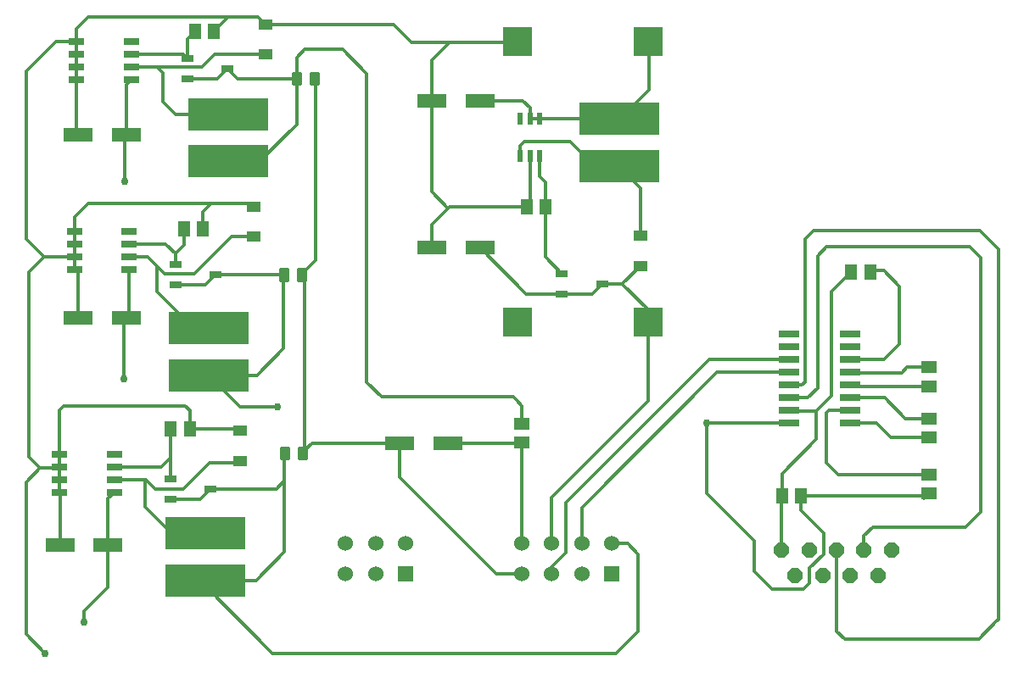
<source format=gbr>
G04 EAGLE Gerber RS-274X export*
G75*
%MOMM*%
%FSLAX34Y34*%
%LPD*%
%INTop Copper*%
%IPPOS*%
%AMOC8*
5,1,8,0,0,1.08239X$1,22.5*%
G01*
%ADD10R,2.032000X0.660400*%
%ADD11R,1.300000X1.500000*%
%ADD12R,1.500000X1.300000*%
%ADD13P,1.649562X8X202.500000*%
%ADD14C,1.530000*%
%ADD15R,1.530000X1.530000*%
%ADD16R,3.000000X3.000000*%
%ADD17R,3.000000X1.400000*%
%ADD18R,1.550000X0.700000*%
%ADD19R,8.000000X3.300000*%
%ADD20R,1.370000X1.120000*%
%ADD21R,1.270000X0.635000*%
%ADD22C,0.254000*%
%ADD23R,0.600000X1.200000*%
%ADD24C,0.304800*%
%ADD25C,0.756400*%
%ADD26C,0.304800*%


D10*
X843734Y249550D03*
X782266Y249550D03*
X843734Y262250D03*
X843734Y274950D03*
X782266Y262250D03*
X782266Y274950D03*
X843734Y287650D03*
X782266Y287650D03*
X843734Y300350D03*
X782266Y300350D03*
X843734Y313050D03*
X843734Y325750D03*
X782266Y313050D03*
X782266Y325750D03*
X843734Y338450D03*
X782266Y338450D03*
D11*
X863500Y401000D03*
X844500Y401000D03*
D12*
X922000Y254500D03*
X922000Y235500D03*
X922000Y305500D03*
X922000Y286500D03*
D11*
X775500Y177000D03*
X794500Y177000D03*
D12*
X922000Y198500D03*
X922000Y179500D03*
D13*
X884864Y122700D03*
X857432Y122700D03*
X830000Y122700D03*
X802568Y122700D03*
X775136Y122700D03*
X871148Y97300D03*
X843716Y97300D03*
X816284Y97300D03*
X788852Y97300D03*
D14*
X575622Y99652D03*
X575622Y129652D03*
X545622Y99652D03*
X545622Y129652D03*
D15*
X605622Y99652D03*
D14*
X515622Y99652D03*
X605622Y129652D03*
X515622Y129652D03*
D15*
X400000Y99420D03*
D14*
X400000Y129420D03*
X370000Y99420D03*
X340000Y99420D03*
X370000Y129420D03*
X340000Y129420D03*
D12*
X516000Y249500D03*
X516000Y230500D03*
D16*
X512000Y351000D03*
X642000Y351000D03*
X642000Y631000D03*
X512000Y631000D03*
D17*
X394000Y230000D03*
X442000Y230000D03*
D18*
X126250Y592950D03*
X126250Y605650D03*
X126250Y618350D03*
X126250Y631050D03*
X71750Y631050D03*
X71750Y618350D03*
X71750Y605650D03*
X71750Y592950D03*
D19*
X223000Y558500D03*
X223000Y511500D03*
D20*
X260000Y618000D03*
X260000Y648000D03*
D21*
X222000Y604000D03*
X182000Y614000D03*
X182000Y594000D03*
D22*
X305080Y599715D02*
X312700Y599715D01*
X312700Y588285D01*
X305080Y588285D01*
X305080Y599715D01*
X305080Y590698D02*
X312700Y590698D01*
X312700Y593111D02*
X305080Y593111D01*
X305080Y595524D02*
X312700Y595524D01*
X312700Y597937D02*
X305080Y597937D01*
X294920Y599715D02*
X287300Y599715D01*
X294920Y599715D02*
X294920Y588285D01*
X287300Y588285D01*
X287300Y599715D01*
X287300Y590698D02*
X294920Y590698D01*
X294920Y593111D02*
X287300Y593111D01*
X287300Y595524D02*
X294920Y595524D01*
X294920Y597937D02*
X287300Y597937D01*
D18*
X124250Y402950D03*
X124250Y415650D03*
X124250Y428350D03*
X124250Y441050D03*
X69750Y441050D03*
X69750Y428350D03*
X69750Y415650D03*
X69750Y402950D03*
D19*
X203000Y344500D03*
X203000Y297500D03*
D20*
X248000Y436000D03*
X248000Y466000D03*
D21*
X210000Y398000D03*
X170000Y408000D03*
X170000Y388000D03*
D22*
X292080Y403715D02*
X299700Y403715D01*
X299700Y392285D01*
X292080Y392285D01*
X292080Y403715D01*
X292080Y394698D02*
X299700Y394698D01*
X299700Y397111D02*
X292080Y397111D01*
X292080Y399524D02*
X299700Y399524D01*
X299700Y401937D02*
X292080Y401937D01*
X281920Y403715D02*
X274300Y403715D01*
X281920Y403715D02*
X281920Y392285D01*
X274300Y392285D01*
X274300Y403715D01*
X274300Y394698D02*
X281920Y394698D01*
X281920Y397111D02*
X274300Y397111D01*
X274300Y399524D02*
X281920Y399524D01*
X281920Y401937D02*
X274300Y401937D01*
D18*
X109250Y180950D03*
X109250Y193650D03*
X109250Y206350D03*
X109250Y219050D03*
X54750Y219050D03*
X54750Y206350D03*
X54750Y193650D03*
X54750Y180950D03*
D19*
X200000Y139500D03*
X200000Y92500D03*
D20*
X235000Y212000D03*
X235000Y242000D03*
D21*
X205000Y184000D03*
X165000Y194000D03*
X165000Y174000D03*
D22*
X293080Y225715D02*
X300700Y225715D01*
X300700Y214285D01*
X293080Y214285D01*
X293080Y225715D01*
X293080Y216698D02*
X300700Y216698D01*
X300700Y219111D02*
X293080Y219111D01*
X293080Y221524D02*
X300700Y221524D01*
X300700Y223937D02*
X293080Y223937D01*
X282920Y225715D02*
X275300Y225715D01*
X282920Y225715D02*
X282920Y214285D01*
X275300Y214285D01*
X275300Y225715D01*
X275300Y216698D02*
X282920Y216698D01*
X282920Y219111D02*
X275300Y219111D01*
X275300Y221524D02*
X282920Y221524D01*
X282920Y223937D02*
X275300Y223937D01*
D17*
X73000Y538000D03*
X121000Y538000D03*
X73000Y355000D03*
X121000Y355000D03*
X55000Y128000D03*
X103000Y128000D03*
D23*
X524000Y554000D03*
X514000Y554000D03*
X534000Y554000D03*
X524000Y517000D03*
X514000Y517000D03*
X534000Y517000D03*
D21*
X596000Y389000D03*
X556000Y399000D03*
X556000Y379000D03*
D20*
X634000Y407000D03*
X634000Y437000D03*
D19*
X613000Y553500D03*
X613000Y506500D03*
D11*
X520500Y466000D03*
X539500Y466000D03*
D17*
X426000Y425000D03*
X474000Y425000D03*
X426000Y572000D03*
X474000Y572000D03*
D11*
X208500Y641000D03*
X189500Y641000D03*
X197500Y444000D03*
X178500Y444000D03*
X184500Y244000D03*
X165500Y244000D03*
D24*
X170000Y388000D02*
X200000Y388000D01*
X210000Y398000D01*
X278110Y398000D01*
X251500Y297500D02*
X203000Y297500D01*
X278110Y324110D02*
X278110Y398000D01*
X278110Y324110D02*
X251500Y297500D01*
X234500Y266000D02*
X203000Y297500D01*
D25*
X272000Y266000D03*
D24*
X234500Y266000D01*
X267000Y20000D02*
X610000Y20000D01*
X632000Y42000D02*
X632000Y119000D01*
X621348Y129652D01*
X605622Y129652D01*
X632000Y42000D02*
X610000Y20000D01*
X250500Y92500D02*
X200000Y92500D01*
X279110Y121110D02*
X279110Y192000D01*
X279110Y220000D01*
X279110Y121110D02*
X250500Y92500D01*
X195000Y174000D02*
X165000Y174000D01*
X195000Y174000D02*
X205000Y184000D01*
X271110Y184000D01*
X279110Y192000D01*
X200000Y87000D02*
X267000Y20000D01*
X200000Y87000D02*
X200000Y92500D01*
X515622Y129652D02*
X515622Y229000D01*
X515622Y230122D01*
X516000Y230500D01*
X515622Y230122D02*
X515245Y230500D01*
D25*
X700000Y250000D03*
D24*
X781816Y250000D01*
X782266Y249550D01*
X917500Y175000D02*
X919500Y177000D01*
X794500Y177000D01*
X919500Y177000D02*
X922000Y179500D01*
X700000Y180000D02*
X700000Y250000D01*
X700000Y180000D02*
X748000Y132000D01*
X794500Y177000D02*
X795000Y176500D01*
X748000Y132000D02*
X748000Y102000D01*
X766000Y84000D01*
X797000Y84000D01*
X803000Y90000D01*
X794500Y162500D02*
X794500Y177000D01*
X803000Y105000D02*
X803000Y90000D01*
X803000Y105000D02*
X817000Y119000D01*
X817000Y140000D01*
X794500Y162500D01*
X514622Y230000D02*
X442000Y230000D01*
X514622Y230000D02*
X515622Y229000D01*
X515622Y99652D02*
X490348Y99652D01*
X825000Y381500D02*
X844500Y401000D01*
X825000Y381500D02*
X825000Y277000D01*
X810000Y262000D01*
X782516Y262000D02*
X782266Y262250D01*
X782516Y262000D02*
X810000Y262000D01*
X810000Y234000D01*
X775500Y199500D02*
X775500Y180000D01*
X775500Y177000D01*
X775500Y199500D02*
X810000Y234000D01*
X775136Y179636D02*
X775136Y122700D01*
X775136Y179636D02*
X775500Y180000D01*
X394000Y196000D02*
X394000Y230000D01*
X394000Y196000D02*
X490348Y99652D01*
X394000Y230000D02*
X306890Y230000D01*
X296890Y220000D01*
X298890Y222000D02*
X298890Y395000D01*
X298890Y222000D02*
X296890Y220000D01*
X298890Y395000D02*
X295890Y398000D01*
X310000Y412110D02*
X310000Y592890D01*
X310000Y412110D02*
X295890Y398000D01*
X310000Y592890D02*
X308890Y594000D01*
X575622Y165622D02*
X575622Y129652D01*
X710350Y300350D02*
X782266Y300350D01*
X710350Y300350D02*
X575622Y165622D01*
X545622Y105622D02*
X545622Y99652D01*
X545622Y105622D02*
X560000Y120000D01*
X560000Y170000D01*
X703050Y313050D01*
X782266Y313050D01*
X884500Y235500D02*
X922000Y235500D01*
X884500Y235500D02*
X870000Y250000D01*
X844184Y250000D01*
X843734Y249550D01*
X844884Y286500D02*
X922000Y286500D01*
X844884Y286500D02*
X843734Y287650D01*
X898500Y254500D02*
X922000Y254500D01*
X878050Y274950D02*
X843734Y274950D01*
X878050Y274950D02*
X898500Y254500D01*
X900500Y305500D02*
X922000Y305500D01*
X900500Y305500D02*
X895000Y300000D01*
X844084Y300000D01*
X843734Y300350D01*
X843734Y262250D02*
X822250Y262250D01*
X820000Y260000D01*
X820000Y210000D01*
X831500Y198500D02*
X922000Y198500D01*
X831500Y198500D02*
X820000Y210000D01*
X843734Y313050D02*
X877050Y313050D01*
X893000Y329000D01*
X893000Y386000D01*
X877000Y402000D01*
X864500Y402000D01*
X863500Y401000D01*
X857432Y137432D02*
X857432Y122700D01*
X857432Y137432D02*
X866000Y146000D01*
X959000Y146000D01*
X974000Y161000D01*
X974000Y415000D01*
X963000Y426000D01*
X820000Y426000D01*
X811000Y417000D01*
X811000Y285000D01*
X800950Y274950D02*
X782266Y274950D01*
X800950Y274950D02*
X811000Y285000D01*
X795650Y287650D02*
X782266Y287650D01*
X795650Y287650D02*
X799000Y291000D01*
X799000Y434000D02*
X807000Y442000D01*
X973000Y442000D01*
X972000Y34000D02*
X838000Y34000D01*
X799000Y291000D02*
X799000Y434000D01*
X973000Y442000D02*
X991313Y423687D01*
X990894Y52894D02*
X990313Y52313D01*
X990894Y52894D02*
X991313Y53313D01*
X990313Y52313D02*
X972000Y34000D01*
X838000Y34000D02*
X830000Y42000D01*
X830000Y122700D01*
X991313Y53313D02*
X991313Y423687D01*
X121000Y538000D02*
X121000Y587700D01*
X126250Y592950D01*
D25*
X120000Y491000D03*
D24*
X120000Y537000D01*
X121000Y538000D01*
X511000Y630000D02*
X512000Y631000D01*
X21000Y39000D02*
X40000Y20000D01*
X21000Y39000D02*
X21000Y191000D01*
X21000Y433720D02*
X21000Y601000D01*
D25*
X40000Y20000D03*
D24*
X55000Y128000D02*
X55000Y180700D01*
X54750Y180950D01*
X54750Y193650D01*
X54750Y205000D01*
X54750Y206350D01*
X54750Y219050D01*
X54700Y219000D01*
X231000Y246000D02*
X235000Y242000D01*
X54750Y262750D02*
X54750Y219050D01*
X54750Y262750D02*
X59000Y267000D01*
X180000Y267000D01*
X73000Y355000D02*
X73000Y399700D01*
X69750Y402950D01*
X69750Y415650D01*
X69750Y428350D01*
X69750Y441050D01*
X69750Y455750D01*
X83000Y469000D01*
X206000Y469000D01*
X245000Y469000D01*
X248000Y466000D01*
X35000Y205000D02*
X21000Y191000D01*
X35000Y205000D02*
X54750Y205000D01*
X35000Y205000D02*
X24000Y216000D01*
X24000Y400581D01*
X39070Y415650D01*
X69750Y415650D01*
X39070Y415650D02*
X21000Y433720D01*
X21000Y601000D02*
X51050Y631050D01*
X71750Y631050D01*
X71750Y618350D01*
X71750Y605650D01*
X71750Y592950D01*
X71750Y539250D01*
X73000Y538000D01*
X71750Y631050D02*
X71750Y643750D01*
X83376Y655376D01*
X260000Y648000D02*
X388000Y648000D01*
X406000Y630000D01*
X444000Y630000D01*
X511000Y630000D01*
X524000Y517000D02*
X524000Y469500D01*
X520500Y466000D01*
X426000Y572000D02*
X426000Y612000D01*
X444000Y630000D01*
X426000Y448000D02*
X426000Y425000D01*
X426000Y448000D02*
X442500Y464500D01*
X444000Y466000D01*
X520500Y466000D01*
X442500Y464500D02*
X426000Y481000D01*
X426000Y572000D01*
X184500Y262500D02*
X184500Y244000D01*
X184500Y262500D02*
X180000Y267000D01*
X184500Y244000D02*
X233000Y244000D01*
X235000Y242000D01*
X197500Y444000D02*
X197500Y460500D01*
X206000Y469000D01*
X222876Y655376D02*
X83376Y655376D01*
X223000Y655376D02*
X252624Y655376D01*
X260000Y648000D01*
X222876Y655376D02*
X208500Y641000D01*
X222876Y655376D02*
X223000Y655376D01*
D25*
X79000Y51000D03*
D24*
X103000Y86000D02*
X103000Y128000D01*
X79000Y62000D02*
X79000Y51000D01*
X79000Y62000D02*
X103000Y86000D01*
X103000Y128000D02*
X103000Y174700D01*
X109250Y180950D01*
X524000Y554000D02*
X534000Y554000D01*
X614000Y554000D01*
X620000Y554000D01*
X643000Y630000D02*
X642000Y631000D01*
X643000Y630000D02*
X643000Y583000D01*
X614000Y554000D01*
X524000Y554000D02*
X524000Y565000D01*
X517000Y572000D02*
X474000Y572000D01*
X517000Y572000D02*
X524000Y565000D01*
X124250Y358250D02*
X121000Y355000D01*
X124250Y358250D02*
X124250Y402950D01*
D25*
X119000Y294000D03*
D24*
X119000Y353000D01*
X121000Y355000D01*
X545622Y175622D02*
X545622Y129652D01*
X642000Y272000D02*
X642000Y351000D01*
X642000Y272000D02*
X545622Y175622D01*
X556000Y379000D02*
X557000Y379000D01*
X586000Y379000D01*
X596000Y389000D01*
X616000Y389000D02*
X634000Y407000D01*
X616000Y389000D02*
X596000Y389000D01*
X642000Y363000D02*
X642000Y351000D01*
X642000Y363000D02*
X616000Y389000D01*
X520000Y379000D02*
X474000Y425000D01*
X520000Y379000D02*
X556000Y379000D01*
X152000Y605650D02*
X126250Y605650D01*
X152000Y605650D02*
X196650Y605650D01*
X209000Y618000D02*
X260000Y618000D01*
X209000Y618000D02*
X196650Y605650D01*
X170500Y558500D02*
X223000Y558500D01*
X158000Y599650D02*
X152000Y605650D01*
X158000Y571000D02*
X170500Y558500D01*
X158000Y571000D02*
X158000Y599650D01*
X182000Y594000D02*
X212000Y594000D01*
X222000Y604000D01*
X232000Y594000D01*
X291110Y594000D01*
X254500Y511500D02*
X223000Y511500D01*
X291110Y548110D02*
X291110Y594000D01*
X291110Y548110D02*
X254500Y511500D01*
X291110Y594000D02*
X291110Y615110D01*
X299000Y623000D01*
X337000Y623000D01*
X361000Y599000D02*
X361000Y291000D01*
X376000Y276000D01*
X516000Y267000D02*
X516000Y249500D01*
X361000Y599000D02*
X337000Y623000D01*
X376000Y276000D02*
X507000Y276000D01*
X510500Y272500D01*
X516000Y267000D01*
D26*
X510500Y272500D03*
D24*
X177650Y618350D02*
X126250Y618350D01*
X177650Y618350D02*
X182000Y614000D01*
X182000Y633500D01*
X189500Y641000D01*
X142350Y415650D02*
X124250Y415650D01*
X142350Y415650D02*
X151500Y406500D01*
X159000Y399000D01*
X226000Y436000D02*
X248000Y436000D01*
X189000Y399000D02*
X159000Y399000D01*
X189000Y399000D02*
X226000Y436000D01*
X151500Y406500D02*
X151500Y381500D01*
X188500Y344500D02*
X203000Y344500D01*
X188500Y344500D02*
X151500Y381500D01*
X170000Y408000D02*
X170000Y419000D01*
X160650Y428350D02*
X124250Y428350D01*
X160650Y428350D02*
X170000Y419000D01*
X178500Y427500D02*
X178500Y444000D01*
X178500Y427500D02*
X170000Y419000D01*
X235000Y212000D02*
X235000Y210000D01*
X140350Y193650D02*
X109250Y193650D01*
X204000Y210000D02*
X235000Y210000D01*
X150000Y184000D02*
X140350Y193650D01*
X150000Y184000D02*
X178000Y184000D01*
X204000Y210000D01*
X200000Y139500D02*
X166500Y139500D01*
X140000Y166000D01*
X140000Y193300D01*
X140350Y193650D01*
X165000Y194000D02*
X165000Y215000D01*
X156350Y206350D02*
X109250Y206350D01*
X156350Y206350D02*
X165000Y215000D01*
X165500Y215500D01*
X165500Y244000D01*
X514000Y517000D02*
X514000Y527000D01*
X518000Y531000D01*
X564500Y531000D01*
X589000Y506500D02*
X612000Y506500D01*
X613000Y506500D01*
X589000Y506500D02*
X564500Y531000D01*
X634000Y484500D02*
X634000Y437000D01*
X634000Y484500D02*
X612000Y506500D01*
X539500Y490500D02*
X539500Y466000D01*
X534000Y496000D02*
X534000Y517000D01*
X534000Y496000D02*
X539500Y490500D01*
X539500Y415500D02*
X556000Y399000D01*
X539500Y415500D02*
X539500Y466000D01*
M02*

</source>
